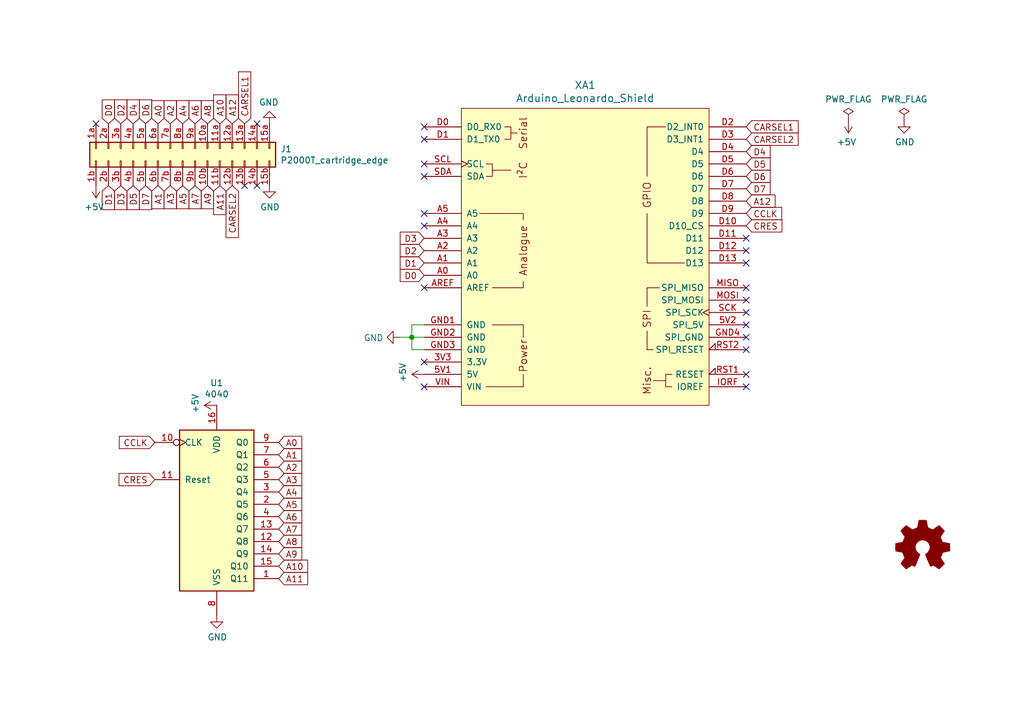
<source format=kicad_sch>
(kicad_sch (version 20211123) (generator eeschema)

  (uuid f81a1978-bbd1-4eb0-8264-48ec22d7a0b9)

  (paper "A5")

  (title_block
    (title "P2000T Cartridge Reader")
    (date "2023-02-20")
    (rev "rev1")
  )

  (lib_symbols
    (symbol "4xxx:4040" (pin_names (offset 1.016)) (in_bom yes) (on_board yes)
      (property "Reference" "U" (id 0) (at -7.62 16.51 0)
        (effects (font (size 1.27 1.27)))
      )
      (property "Value" "4040" (id 1) (at -7.62 -19.05 0)
        (effects (font (size 1.27 1.27)))
      )
      (property "Footprint" "" (id 2) (at 0 0 0)
        (effects (font (size 1.27 1.27)) hide)
      )
      (property "Datasheet" "http://www.intersil.com/content/dam/Intersil/documents/cd40/cd4020bms-24bms-40bms.pdf" (id 3) (at 0 0 0)
        (effects (font (size 1.27 1.27)) hide)
      )
      (property "ki_locked" "" (id 4) (at 0 0 0)
        (effects (font (size 1.27 1.27)))
      )
      (property "ki_keywords" "CMOS CNT CNT12" (id 5) (at 0 0 0)
        (effects (font (size 1.27 1.27)) hide)
      )
      (property "ki_description" "Binary Counter 12 stages (Asynchronous)" (id 6) (at 0 0 0)
        (effects (font (size 1.27 1.27)) hide)
      )
      (property "ki_fp_filters" "DIP?16*" (id 7) (at 0 0 0)
        (effects (font (size 1.27 1.27)) hide)
      )
      (symbol "4040_1_0"
        (pin output line (at 12.7 -15.24 180) (length 5.08)
          (name "Q11" (effects (font (size 1.27 1.27))))
          (number "1" (effects (font (size 1.27 1.27))))
        )
        (pin input inverted_clock (at -12.7 12.7 0) (length 5.08)
          (name "CLK" (effects (font (size 1.27 1.27))))
          (number "10" (effects (font (size 1.27 1.27))))
        )
        (pin input line (at -12.7 5.08 0) (length 5.08)
          (name "Reset" (effects (font (size 1.27 1.27))))
          (number "11" (effects (font (size 1.27 1.27))))
        )
        (pin output line (at 12.7 -7.62 180) (length 5.08)
          (name "Q8" (effects (font (size 1.27 1.27))))
          (number "12" (effects (font (size 1.27 1.27))))
        )
        (pin output line (at 12.7 -5.08 180) (length 5.08)
          (name "Q7" (effects (font (size 1.27 1.27))))
          (number "13" (effects (font (size 1.27 1.27))))
        )
        (pin output line (at 12.7 -10.16 180) (length 5.08)
          (name "Q9" (effects (font (size 1.27 1.27))))
          (number "14" (effects (font (size 1.27 1.27))))
        )
        (pin output line (at 12.7 -12.7 180) (length 5.08)
          (name "Q10" (effects (font (size 1.27 1.27))))
          (number "15" (effects (font (size 1.27 1.27))))
        )
        (pin power_in line (at 0 20.32 270) (length 5.08)
          (name "VDD" (effects (font (size 1.27 1.27))))
          (number "16" (effects (font (size 1.27 1.27))))
        )
        (pin output line (at 12.7 0 180) (length 5.08)
          (name "Q5" (effects (font (size 1.27 1.27))))
          (number "2" (effects (font (size 1.27 1.27))))
        )
        (pin output line (at 12.7 2.54 180) (length 5.08)
          (name "Q4" (effects (font (size 1.27 1.27))))
          (number "3" (effects (font (size 1.27 1.27))))
        )
        (pin output line (at 12.7 -2.54 180) (length 5.08)
          (name "Q6" (effects (font (size 1.27 1.27))))
          (number "4" (effects (font (size 1.27 1.27))))
        )
        (pin output line (at 12.7 5.08 180) (length 5.08)
          (name "Q3" (effects (font (size 1.27 1.27))))
          (number "5" (effects (font (size 1.27 1.27))))
        )
        (pin output line (at 12.7 7.62 180) (length 5.08)
          (name "Q2" (effects (font (size 1.27 1.27))))
          (number "6" (effects (font (size 1.27 1.27))))
        )
        (pin output line (at 12.7 10.16 180) (length 5.08)
          (name "Q1" (effects (font (size 1.27 1.27))))
          (number "7" (effects (font (size 1.27 1.27))))
        )
        (pin power_in line (at 0 -22.86 90) (length 5.08)
          (name "VSS" (effects (font (size 1.27 1.27))))
          (number "8" (effects (font (size 1.27 1.27))))
        )
        (pin output line (at 12.7 12.7 180) (length 5.08)
          (name "Q0" (effects (font (size 1.27 1.27))))
          (number "9" (effects (font (size 1.27 1.27))))
        )
      )
      (symbol "4040_1_1"
        (rectangle (start -7.62 15.24) (end 7.62 -17.78)
          (stroke (width 0.254) (type default) (color 0 0 0 0))
          (fill (type background))
        )
      )
    )
    (symbol "Connector_Generic:Conn_02x15_Row_Letter_Last" (pin_names (offset 1.016) hide) (in_bom yes) (on_board yes)
      (property "Reference" "J" (id 0) (at 1.27 20.32 0)
        (effects (font (size 1.27 1.27)))
      )
      (property "Value" "Conn_02x15_Row_Letter_Last" (id 1) (at 1.27 -20.32 0)
        (effects (font (size 1.27 1.27)))
      )
      (property "Footprint" "" (id 2) (at 0 0 0)
        (effects (font (size 1.27 1.27)) hide)
      )
      (property "Datasheet" "~" (id 3) (at 0 0 0)
        (effects (font (size 1.27 1.27)) hide)
      )
      (property "ki_keywords" "connector" (id 4) (at 0 0 0)
        (effects (font (size 1.27 1.27)) hide)
      )
      (property "ki_description" "Generic connector, double row, 02x15, row letter last pin numbering scheme (pin number consists of a letter for the row and a number for the pin index in this row. 1a, ..., Na; 1b, ..., Nb)), script generated (kicad-library-utils/schlib/autogen/connector/)" (id 5) (at 0 0 0)
        (effects (font (size 1.27 1.27)) hide)
      )
      (property "ki_fp_filters" "Connector*:*_2x??_*" (id 6) (at 0 0 0)
        (effects (font (size 1.27 1.27)) hide)
      )
      (symbol "Conn_02x15_Row_Letter_Last_1_1"
        (rectangle (start -1.27 -17.653) (end 0 -17.907)
          (stroke (width 0.1524) (type default) (color 0 0 0 0))
          (fill (type none))
        )
        (rectangle (start -1.27 -15.113) (end 0 -15.367)
          (stroke (width 0.1524) (type default) (color 0 0 0 0))
          (fill (type none))
        )
        (rectangle (start -1.27 -12.573) (end 0 -12.827)
          (stroke (width 0.1524) (type default) (color 0 0 0 0))
          (fill (type none))
        )
        (rectangle (start -1.27 -10.033) (end 0 -10.287)
          (stroke (width 0.1524) (type default) (color 0 0 0 0))
          (fill (type none))
        )
        (rectangle (start -1.27 -7.493) (end 0 -7.747)
          (stroke (width 0.1524) (type default) (color 0 0 0 0))
          (fill (type none))
        )
        (rectangle (start -1.27 -4.953) (end 0 -5.207)
          (stroke (width 0.1524) (type default) (color 0 0 0 0))
          (fill (type none))
        )
        (rectangle (start -1.27 -2.413) (end 0 -2.667)
          (stroke (width 0.1524) (type default) (color 0 0 0 0))
          (fill (type none))
        )
        (rectangle (start -1.27 0.127) (end 0 -0.127)
          (stroke (width 0.1524) (type default) (color 0 0 0 0))
          (fill (type none))
        )
        (rectangle (start -1.27 2.667) (end 0 2.413)
          (stroke (width 0.1524) (type default) (color 0 0 0 0))
          (fill (type none))
        )
        (rectangle (start -1.27 5.207) (end 0 4.953)
          (stroke (width 0.1524) (type default) (color 0 0 0 0))
          (fill (type none))
        )
        (rectangle (start -1.27 7.747) (end 0 7.493)
          (stroke (width 0.1524) (type default) (color 0 0 0 0))
          (fill (type none))
        )
        (rectangle (start -1.27 10.287) (end 0 10.033)
          (stroke (width 0.1524) (type default) (color 0 0 0 0))
          (fill (type none))
        )
        (rectangle (start -1.27 12.827) (end 0 12.573)
          (stroke (width 0.1524) (type default) (color 0 0 0 0))
          (fill (type none))
        )
        (rectangle (start -1.27 15.367) (end 0 15.113)
          (stroke (width 0.1524) (type default) (color 0 0 0 0))
          (fill (type none))
        )
        (rectangle (start -1.27 17.907) (end 0 17.653)
          (stroke (width 0.1524) (type default) (color 0 0 0 0))
          (fill (type none))
        )
        (rectangle (start -1.27 19.05) (end 3.81 -19.05)
          (stroke (width 0.254) (type default) (color 0 0 0 0))
          (fill (type background))
        )
        (rectangle (start 3.81 -17.653) (end 2.54 -17.907)
          (stroke (width 0.1524) (type default) (color 0 0 0 0))
          (fill (type none))
        )
        (rectangle (start 3.81 -15.113) (end 2.54 -15.367)
          (stroke (width 0.1524) (type default) (color 0 0 0 0))
          (fill (type none))
        )
        (rectangle (start 3.81 -12.573) (end 2.54 -12.827)
          (stroke (width 0.1524) (type default) (color 0 0 0 0))
          (fill (type none))
        )
        (rectangle (start 3.81 -10.033) (end 2.54 -10.287)
          (stroke (width 0.1524) (type default) (color 0 0 0 0))
          (fill (type none))
        )
        (rectangle (start 3.81 -7.493) (end 2.54 -7.747)
          (stroke (width 0.1524) (type default) (color 0 0 0 0))
          (fill (type none))
        )
        (rectangle (start 3.81 -4.953) (end 2.54 -5.207)
          (stroke (width 0.1524) (type default) (color 0 0 0 0))
          (fill (type none))
        )
        (rectangle (start 3.81 -2.413) (end 2.54 -2.667)
          (stroke (width 0.1524) (type default) (color 0 0 0 0))
          (fill (type none))
        )
        (rectangle (start 3.81 0.127) (end 2.54 -0.127)
          (stroke (width 0.1524) (type default) (color 0 0 0 0))
          (fill (type none))
        )
        (rectangle (start 3.81 2.667) (end 2.54 2.413)
          (stroke (width 0.1524) (type default) (color 0 0 0 0))
          (fill (type none))
        )
        (rectangle (start 3.81 5.207) (end 2.54 4.953)
          (stroke (width 0.1524) (type default) (color 0 0 0 0))
          (fill (type none))
        )
        (rectangle (start 3.81 7.747) (end 2.54 7.493)
          (stroke (width 0.1524) (type default) (color 0 0 0 0))
          (fill (type none))
        )
        (rectangle (start 3.81 10.287) (end 2.54 10.033)
          (stroke (width 0.1524) (type default) (color 0 0 0 0))
          (fill (type none))
        )
        (rectangle (start 3.81 12.827) (end 2.54 12.573)
          (stroke (width 0.1524) (type default) (color 0 0 0 0))
          (fill (type none))
        )
        (rectangle (start 3.81 15.367) (end 2.54 15.113)
          (stroke (width 0.1524) (type default) (color 0 0 0 0))
          (fill (type none))
        )
        (rectangle (start 3.81 17.907) (end 2.54 17.653)
          (stroke (width 0.1524) (type default) (color 0 0 0 0))
          (fill (type none))
        )
        (pin passive line (at -5.08 -5.08 0) (length 3.81)
          (name "Pin_10a" (effects (font (size 1.27 1.27))))
          (number "10a" (effects (font (size 1.27 1.27))))
        )
        (pin passive line (at 7.62 -5.08 180) (length 3.81)
          (name "Pin_10b" (effects (font (size 1.27 1.27))))
          (number "10b" (effects (font (size 1.27 1.27))))
        )
        (pin passive line (at -5.08 -7.62 0) (length 3.81)
          (name "Pin_11a" (effects (font (size 1.27 1.27))))
          (number "11a" (effects (font (size 1.27 1.27))))
        )
        (pin passive line (at 7.62 -7.62 180) (length 3.81)
          (name "Pin_11b" (effects (font (size 1.27 1.27))))
          (number "11b" (effects (font (size 1.27 1.27))))
        )
        (pin passive line (at -5.08 -10.16 0) (length 3.81)
          (name "Pin_12a" (effects (font (size 1.27 1.27))))
          (number "12a" (effects (font (size 1.27 1.27))))
        )
        (pin passive line (at 7.62 -10.16 180) (length 3.81)
          (name "Pin_12b" (effects (font (size 1.27 1.27))))
          (number "12b" (effects (font (size 1.27 1.27))))
        )
        (pin passive line (at -5.08 -12.7 0) (length 3.81)
          (name "Pin_13a" (effects (font (size 1.27 1.27))))
          (number "13a" (effects (font (size 1.27 1.27))))
        )
        (pin passive line (at 7.62 -12.7 180) (length 3.81)
          (name "Pin_13b" (effects (font (size 1.27 1.27))))
          (number "13b" (effects (font (size 1.27 1.27))))
        )
        (pin passive line (at -5.08 -15.24 0) (length 3.81)
          (name "Pin_14a" (effects (font (size 1.27 1.27))))
          (number "14a" (effects (font (size 1.27 1.27))))
        )
        (pin passive line (at 7.62 -15.24 180) (length 3.81)
          (name "Pin_14b" (effects (font (size 1.27 1.27))))
          (number "14b" (effects (font (size 1.27 1.27))))
        )
        (pin passive line (at -5.08 -17.78 0) (length 3.81)
          (name "Pin_15a" (effects (font (size 1.27 1.27))))
          (number "15a" (effects (font (size 1.27 1.27))))
        )
        (pin passive line (at 7.62 -17.78 180) (length 3.81)
          (name "Pin_15b" (effects (font (size 1.27 1.27))))
          (number "15b" (effects (font (size 1.27 1.27))))
        )
        (pin passive line (at -5.08 17.78 0) (length 3.81)
          (name "Pin_1a" (effects (font (size 1.27 1.27))))
          (number "1a" (effects (font (size 1.27 1.27))))
        )
        (pin passive line (at 7.62 17.78 180) (length 3.81)
          (name "Pin_1b" (effects (font (size 1.27 1.27))))
          (number "1b" (effects (font (size 1.27 1.27))))
        )
        (pin passive line (at -5.08 15.24 0) (length 3.81)
          (name "Pin_2a" (effects (font (size 1.27 1.27))))
          (number "2a" (effects (font (size 1.27 1.27))))
        )
        (pin passive line (at 7.62 15.24 180) (length 3.81)
          (name "Pin_2b" (effects (font (size 1.27 1.27))))
          (number "2b" (effects (font (size 1.27 1.27))))
        )
        (pin passive line (at -5.08 12.7 0) (length 3.81)
          (name "Pin_3a" (effects (font (size 1.27 1.27))))
          (number "3a" (effects (font (size 1.27 1.27))))
        )
        (pin passive line (at 7.62 12.7 180) (length 3.81)
          (name "Pin_3b" (effects (font (size 1.27 1.27))))
          (number "3b" (effects (font (size 1.27 1.27))))
        )
        (pin passive line (at -5.08 10.16 0) (length 3.81)
          (name "Pin_4a" (effects (font (size 1.27 1.27))))
          (number "4a" (effects (font (size 1.27 1.27))))
        )
        (pin passive line (at 7.62 10.16 180) (length 3.81)
          (name "Pin_4b" (effects (font (size 1.27 1.27))))
          (number "4b" (effects (font (size 1.27 1.27))))
        )
        (pin passive line (at -5.08 7.62 0) (length 3.81)
          (name "Pin_5a" (effects (font (size 1.27 1.27))))
          (number "5a" (effects (font (size 1.27 1.27))))
        )
        (pin passive line (at 7.62 7.62 180) (length 3.81)
          (name "Pin_5b" (effects (font (size 1.27 1.27))))
          (number "5b" (effects (font (size 1.27 1.27))))
        )
        (pin passive line (at -5.08 5.08 0) (length 3.81)
          (name "Pin_6a" (effects (font (size 1.27 1.27))))
          (number "6a" (effects (font (size 1.27 1.27))))
        )
        (pin passive line (at 7.62 5.08 180) (length 3.81)
          (name "Pin_6b" (effects (font (size 1.27 1.27))))
          (number "6b" (effects (font (size 1.27 1.27))))
        )
        (pin passive line (at -5.08 2.54 0) (length 3.81)
          (name "Pin_7a" (effects (font (size 1.27 1.27))))
          (number "7a" (effects (font (size 1.27 1.27))))
        )
        (pin passive line (at 7.62 2.54 180) (length 3.81)
          (name "Pin_7b" (effects (font (size 1.27 1.27))))
          (number "7b" (effects (font (size 1.27 1.27))))
        )
        (pin passive line (at -5.08 0 0) (length 3.81)
          (name "Pin_8a" (effects (font (size 1.27 1.27))))
          (number "8a" (effects (font (size 1.27 1.27))))
        )
        (pin passive line (at 7.62 0 180) (length 3.81)
          (name "Pin_8b" (effects (font (size 1.27 1.27))))
          (number "8b" (effects (font (size 1.27 1.27))))
        )
        (pin passive line (at -5.08 -2.54 0) (length 3.81)
          (name "Pin_9a" (effects (font (size 1.27 1.27))))
          (number "9a" (effects (font (size 1.27 1.27))))
        )
        (pin passive line (at 7.62 -2.54 180) (length 3.81)
          (name "Pin_9b" (effects (font (size 1.27 1.27))))
          (number "9b" (effects (font (size 1.27 1.27))))
        )
      )
    )
    (symbol "Graphic:Logo_Open_Hardware_Small" (pin_names (offset 1.016)) (in_bom yes) (on_board yes)
      (property "Reference" "#LOGO" (id 0) (at 0 6.985 0)
        (effects (font (size 1.27 1.27)) hide)
      )
      (property "Value" "Logo_Open_Hardware_Small" (id 1) (at 0 -5.715 0)
        (effects (font (size 1.27 1.27)) hide)
      )
      (property "Footprint" "" (id 2) (at 0 0 0)
        (effects (font (size 1.27 1.27)) hide)
      )
      (property "Datasheet" "~" (id 3) (at 0 0 0)
        (effects (font (size 1.27 1.27)) hide)
      )
      (property "ki_keywords" "Logo" (id 4) (at 0 0 0)
        (effects (font (size 1.27 1.27)) hide)
      )
      (property "ki_description" "Open Hardware logo, small" (id 5) (at 0 0 0)
        (effects (font (size 1.27 1.27)) hide)
      )
      (symbol "Logo_Open_Hardware_Small_0_1"
        (polyline
          (pts
            (xy 3.3528 -4.3434)
            (xy 3.302 -4.318)
            (xy 3.175 -4.2418)
            (xy 2.9972 -4.1148)
            (xy 2.7686 -3.9624)
            (xy 2.54 -3.81)
            (xy 2.3622 -3.7084)
            (xy 2.2352 -3.6068)
            (xy 2.1844 -3.5814)
            (xy 2.159 -3.6068)
            (xy 2.0574 -3.6576)
            (xy 1.905 -3.7338)
            (xy 1.8034 -3.7846)
            (xy 1.6764 -3.8354)
            (xy 1.6002 -3.8354)
            (xy 1.6002 -3.8354)
            (xy 1.5494 -3.7338)
            (xy 1.4732 -3.5306)
            (xy 1.3462 -3.302)
            (xy 1.2446 -3.0226)
            (xy 1.1176 -2.7178)
            (xy 0.9652 -2.413)
            (xy 0.8636 -2.1082)
            (xy 0.7366 -1.8288)
            (xy 0.6604 -1.6256)
            (xy 0.6096 -1.4732)
            (xy 0.5842 -1.397)
            (xy 0.5842 -1.397)
            (xy 0.6604 -1.3208)
            (xy 0.7874 -1.2446)
            (xy 1.0414 -1.016)
            (xy 1.2954 -0.6858)
            (xy 1.4478 -0.3302)
            (xy 1.524 0.0762)
            (xy 1.4732 0.4572)
            (xy 1.3208 0.8128)
            (xy 1.0668 1.143)
            (xy 0.762 1.3716)
            (xy 0.4064 1.524)
            (xy 0 1.5748)
            (xy -0.381 1.5494)
            (xy -0.7366 1.397)
            (xy -1.0668 1.143)
            (xy -1.2192 0.9906)
            (xy -1.397 0.6604)
            (xy -1.524 0.3048)
            (xy -1.524 0.2286)
            (xy -1.4986 -0.1778)
            (xy -1.397 -0.5334)
            (xy -1.1938 -0.8636)
            (xy -0.9144 -1.143)
            (xy -0.8636 -1.1684)
            (xy -0.7366 -1.27)
            (xy -0.635 -1.3462)
            (xy -0.5842 -1.397)
            (xy -1.0668 -2.5908)
            (xy -1.143 -2.794)
            (xy -1.2954 -3.1242)
            (xy -1.397 -3.4036)
            (xy -1.4986 -3.6322)
            (xy -1.5748 -3.7846)
            (xy -1.6002 -3.8354)
            (xy -1.6002 -3.8354)
            (xy -1.651 -3.8354)
            (xy -1.7272 -3.81)
            (xy -1.905 -3.7338)
            (xy -2.0066 -3.683)
            (xy -2.1336 -3.6068)
            (xy -2.2098 -3.5814)
            (xy -2.2606 -3.6068)
            (xy -2.3622 -3.683)
            (xy -2.54 -3.81)
            (xy -2.7686 -3.9624)
            (xy -2.9718 -4.0894)
            (xy -3.1496 -4.2164)
            (xy -3.302 -4.318)
            (xy -3.3528 -4.3434)
            (xy -3.3782 -4.3434)
            (xy -3.429 -4.318)
            (xy -3.5306 -4.2164)
            (xy -3.7084 -4.064)
            (xy -3.937 -3.8354)
            (xy -3.9624 -3.81)
            (xy -4.1656 -3.6068)
            (xy -4.318 -3.4544)
            (xy -4.4196 -3.3274)
            (xy -4.445 -3.2766)
            (xy -4.445 -3.2766)
            (xy -4.4196 -3.2258)
            (xy -4.318 -3.0734)
            (xy -4.2164 -2.8956)
            (xy -4.064 -2.667)
            (xy -3.6576 -2.0828)
            (xy -3.8862 -1.5494)
            (xy -3.937 -1.3716)
            (xy -4.0386 -1.1684)
            (xy -4.0894 -1.0414)
            (xy -4.1148 -0.9652)
            (xy -4.191 -0.9398)
            (xy -4.318 -0.9144)
            (xy -4.5466 -0.8636)
            (xy -4.8006 -0.8128)
            (xy -5.0546 -0.7874)
            (xy -5.2578 -0.7366)
            (xy -5.4356 -0.7112)
            (xy -5.5118 -0.6858)
            (xy -5.5118 -0.6858)
            (xy -5.5372 -0.635)
            (xy -5.5372 -0.5588)
            (xy -5.5372 -0.4318)
            (xy -5.5626 -0.2286)
            (xy -5.5626 0.0762)
            (xy -5.5626 0.127)
            (xy -5.5372 0.4064)
            (xy -5.5372 0.635)
            (xy -5.5372 0.762)
            (xy -5.5372 0.8382)
            (xy -5.5372 0.8382)
            (xy -5.461 0.8382)
            (xy -5.3086 0.889)
            (xy -5.08 0.9144)
            (xy -4.826 0.9652)
            (xy -4.8006 0.9906)
            (xy -4.5466 1.0414)
            (xy -4.318 1.0668)
            (xy -4.1656 1.1176)
            (xy -4.0894 1.143)
            (xy -4.0894 1.143)
            (xy -4.0386 1.2446)
            (xy -3.9624 1.4224)
            (xy -3.8608 1.6256)
            (xy -3.7846 1.8288)
            (xy -3.7084 2.0066)
            (xy -3.6576 2.159)
            (xy -3.6322 2.2098)
            (xy -3.6322 2.2098)
            (xy -3.683 2.286)
            (xy -3.7592 2.413)
            (xy -3.8862 2.5908)
            (xy -4.064 2.8194)
            (xy -4.064 2.8448)
            (xy -4.2164 3.0734)
            (xy -4.3434 3.2512)
            (xy -4.4196 3.3782)
            (xy -4.445 3.4544)
            (xy -4.445 3.4544)
            (xy -4.3942 3.5052)
            (xy -4.2926 3.6322)
            (xy -4.1148 3.81)
            (xy -3.937 4.0132)
            (xy -3.8608 4.064)
            (xy -3.6576 4.2926)
            (xy -3.5052 4.4196)
            (xy -3.4036 4.4958)
            (xy -3.3528 4.5212)
            (xy -3.3528 4.5212)
            (xy -3.302 4.4704)
            (xy -3.1496 4.3688)
            (xy -2.9718 4.2418)
            (xy -2.7432 4.0894)
            (xy -2.7178 4.0894)
            (xy -2.4892 3.937)
            (xy -2.3114 3.81)
            (xy -2.1844 3.7084)
            (xy -2.1336 3.683)
            (xy -2.1082 3.683)
            (xy -2.032 3.7084)
            (xy -1.8542 3.7592)
            (xy -1.6764 3.8354)
            (xy -1.4732 3.937)
            (xy -1.27 4.0132)
            (xy -1.143 4.064)
            (xy -1.0668 4.1148)
            (xy -1.0668 4.1148)
            (xy -1.0414 4.191)
            (xy -1.016 4.3434)
            (xy -0.9652 4.572)
            (xy -0.9144 4.8514)
            (xy -0.889 4.9022)
            (xy -0.8382 5.1562)
            (xy -0.8128 5.3848)
            (xy -0.7874 5.5372)
            (xy -0.762 5.588)
            (xy -0.7112 5.6134)
            (xy -0.5842 5.6134)
            (xy -0.4064 5.6134)
            (xy -0.1524 5.6134)
            (xy 0.0762 5.6134)
            (xy 0.3302 5.6134)
            (xy 0.5334 5.6134)
            (xy 0.6858 5.588)
            (xy 0.7366 5.588)
            (xy 0.7366 5.588)
            (xy 0.762 5.5118)
            (xy 0.8128 5.334)
            (xy 0.8382 5.1054)
            (xy 0.9144 4.826)
            (xy 0.9144 4.7752)
            (xy 0.9652 4.5212)
            (xy 1.016 4.2926)
            (xy 1.0414 4.1402)
            (xy 1.0668 4.0894)
            (xy 1.0668 4.0894)
            (xy 1.1938 4.0386)
            (xy 1.3716 3.9624)
            (xy 1.5748 3.8608)
            (xy 2.0828 3.6576)
            (xy 2.7178 4.0894)
            (xy 2.7686 4.1402)
            (xy 2.9972 4.2926)
            (xy 3.175 4.4196)
            (xy 3.302 4.4958)
            (xy 3.3782 4.5212)
            (xy 3.3782 4.5212)
            (xy 3.429 4.4704)
            (xy 3.556 4.3434)
            (xy 3.7338 4.191)
            (xy 3.9116 3.9878)
            (xy 4.064 3.8354)
            (xy 4.2418 3.6576)
            (xy 4.3434 3.556)
            (xy 4.4196 3.4798)
            (xy 4.4196 3.429)
            (xy 4.4196 3.4036)
            (xy 4.3942 3.3274)
            (xy 4.2926 3.2004)
            (xy 4.1656 2.9972)
            (xy 4.0132 2.794)
            (xy 3.8862 2.5908)
            (xy 3.7592 2.3876)
            (xy 3.6576 2.2352)
            (xy 3.6322 2.159)
            (xy 3.6322 2.1336)
            (xy 3.683 2.0066)
            (xy 3.7592 1.8288)
            (xy 3.8608 1.6002)
            (xy 4.064 1.1176)
            (xy 4.3942 1.0414)
            (xy 4.5974 1.016)
            (xy 4.8768 0.9652)
            (xy 5.1308 0.9144)
            (xy 5.5372 0.8382)
            (xy 5.5626 -0.6604)
            (xy 5.4864 -0.6858)
            (xy 5.4356 -0.6858)
            (xy 5.2832 -0.7366)
            (xy 5.0546 -0.762)
            (xy 4.8006 -0.8128)
            (xy 4.5974 -0.8636)
            (xy 4.3688 -0.9144)
            (xy 4.2164 -0.9398)
            (xy 4.1402 -0.9398)
            (xy 4.1148 -0.9652)
            (xy 4.064 -1.0668)
            (xy 3.9878 -1.2446)
            (xy 3.9116 -1.4478)
            (xy 3.81 -1.651)
            (xy 3.7338 -1.8542)
            (xy 3.683 -2.0066)
            (xy 3.6576 -2.0828)
            (xy 3.683 -2.1336)
            (xy 3.7846 -2.2606)
            (xy 3.8862 -2.4638)
            (xy 4.0386 -2.667)
            (xy 4.191 -2.8956)
            (xy 4.318 -3.0734)
            (xy 4.3942 -3.2004)
            (xy 4.445 -3.2766)
            (xy 4.4196 -3.3274)
            (xy 4.3434 -3.429)
            (xy 4.1656 -3.5814)
            (xy 3.937 -3.8354)
            (xy 3.8862 -3.8608)
            (xy 3.683 -4.064)
            (xy 3.5306 -4.2164)
            (xy 3.4036 -4.318)
            (xy 3.3528 -4.3434)
          )
          (stroke (width 0) (type default) (color 0 0 0 0))
          (fill (type outline))
        )
      )
    )
    (symbol "arduino:Arduino_Uno_Shield" (pin_names (offset 1.016)) (in_bom yes) (on_board yes)
      (property "Reference" "XA" (id 0) (at 2.54 0 90)
        (effects (font (size 1.524 1.524)))
      )
      (property "Value" "Arduino_Uno_Shield" (id 1) (at -2.54 0 90)
        (effects (font (size 1.524 1.524)))
      )
      (property "Footprint" "" (id 2) (at 45.72 95.25 0)
        (effects (font (size 1.524 1.524)) hide)
      )
      (property "Datasheet" "https://store.arduino.cc/arduino-uno-rev3" (id 3) (at 45.72 95.25 0)
        (effects (font (size 1.524 1.524)) hide)
      )
      (property "ki_keywords" "Arduino MPU Shield" (id 4) (at 0 0 0)
        (effects (font (size 1.27 1.27)) hide)
      )
      (property "ki_description" "Shield for Arduino Uno" (id 5) (at 0 0 0)
        (effects (font (size 1.27 1.27)) hide)
      )
      (property "ki_fp_filters" "Arduino_Uno_Shield" (id 6) (at 0 0 0)
        (effects (font (size 1.27 1.27)) hide)
      )
      (symbol "Arduino_Uno_Shield_0_0"
        (rectangle (start -25.4 30.48) (end 25.4 -30.48)
          (stroke (width 0) (type default) (color 0 0 0 0))
          (fill (type background))
        )
        (rectangle (start -20.32 -26.67) (end -12.7 -26.67)
          (stroke (width 0) (type default) (color 0 0 0 0))
          (fill (type none))
        )
        (rectangle (start -19.05 -13.97) (end -12.7 -13.97)
          (stroke (width 0) (type default) (color 0 0 0 0))
          (fill (type none))
        )
        (polyline
          (pts
            (xy -19.05 17.78)
            (xy -15.24 17.78)
          )
          (stroke (width 0) (type default) (color 0 0 0 0))
          (fill (type none))
        )
        (polyline
          (pts
            (xy -15.24 25.4)
            (xy -13.97 25.4)
          )
          (stroke (width 0) (type default) (color 0 0 0 0))
          (fill (type none))
        )
        (polyline
          (pts
            (xy -12.7 -26.67)
            (xy -12.7 -24.13)
          )
          (stroke (width 0) (type default) (color 0 0 0 0))
          (fill (type none))
        )
        (polyline
          (pts
            (xy -12.7 -15.24)
            (xy -12.7 -16.51)
          )
          (stroke (width 0) (type default) (color 0 0 0 0))
          (fill (type none))
        )
        (polyline
          (pts
            (xy -12.7 -13.97)
            (xy -12.7 -15.24)
          )
          (stroke (width 0) (type default) (color 0 0 0 0))
          (fill (type none))
        )
        (polyline
          (pts
            (xy -12.7 -5.08)
            (xy -12.7 -6.35)
            (xy -19.05 -6.35)
          )
          (stroke (width 0) (type default) (color 0 0 0 0))
          (fill (type none))
        )
        (polyline
          (pts
            (xy -12.7 7.62)
            (xy -12.7 8.89)
            (xy -21.59 8.89)
          )
          (stroke (width 0) (type default) (color 0 0 0 0))
          (fill (type none))
        )
        (polyline
          (pts
            (xy 12.7 8.89)
            (xy 12.7 -1.27)
            (xy 20.32 -1.27)
          )
          (stroke (width 0) (type default) (color 0 0 0 0))
          (fill (type none))
        )
        (polyline
          (pts
            (xy 12.7 16.51)
            (xy 12.7 26.67)
            (xy 16.51 26.67)
          )
          (stroke (width 0) (type default) (color 0 0 0 0))
          (fill (type none))
        )
        (polyline
          (pts
            (xy -20.32 19.05)
            (xy -19.05 19.05)
            (xy -19.05 16.51)
            (xy -20.32 16.51)
          )
          (stroke (width 0) (type default) (color 0 0 0 0))
          (fill (type none))
        )
        (polyline
          (pts
            (xy -16.51 26.67)
            (xy -15.24 26.67)
            (xy -15.24 24.13)
            (xy -16.51 24.13)
          )
          (stroke (width 0) (type default) (color 0 0 0 0))
          (fill (type none))
        )
        (rectangle (start 12.7 -19.05) (end 12.7 -15.24)
          (stroke (width 0) (type default) (color 0 0 0 0))
          (fill (type none))
        )
        (rectangle (start 12.7 -10.16) (end 12.7 -6.35)
          (stroke (width 0) (type default) (color 0 0 0 0))
          (fill (type none))
        )
        (rectangle (start 13.97 -19.05) (end 12.7 -19.05)
          (stroke (width 0) (type default) (color 0 0 0 0))
          (fill (type none))
        )
        (rectangle (start 15.24 -6.35) (end 12.7 -6.35)
          (stroke (width 0) (type default) (color 0 0 0 0))
          (fill (type none))
        )
        (rectangle (start 16.51 -25.4) (end 13.97 -25.4)
          (stroke (width 0) (type default) (color 0 0 0 0))
          (fill (type none))
        )
        (rectangle (start 16.51 -24.13) (end 16.51 -26.67)
          (stroke (width 0) (type default) (color 0 0 0 0))
          (fill (type none))
        )
        (rectangle (start 17.78 -26.67) (end 16.51 -26.67)
          (stroke (width 0) (type default) (color 0 0 0 0))
          (fill (type none))
        )
        (rectangle (start 17.78 -24.13) (end 16.51 -24.13)
          (stroke (width 0) (type default) (color 0 0 0 0))
          (fill (type none))
        )
        (text "Analogue" (at -12.7 1.27 900)
          (effects (font (size 1.524 1.524)))
        )
        (text "I²C" (at -12.7 17.78 900)
          (effects (font (size 1.524 1.524)))
        )
        (text "Misc." (at 12.7 -25.4 900)
          (effects (font (size 1.524 1.524)))
        )
        (text "Power" (at -12.7 -20.32 900)
          (effects (font (size 1.524 1.524)))
        )
        (text "Serial" (at -12.7 25.4 900)
          (effects (font (size 1.524 1.524)))
        )
        (text "SPI" (at 12.7 -12.7 900)
          (effects (font (size 1.524 1.524)))
        )
      )
      (symbol "Arduino_Uno_Shield_1_0"
        (text "GPIO" (at 12.7 12.7 900)
          (effects (font (size 1.524 1.524)))
        )
      )
      (symbol "Arduino_Uno_Shield_1_1"
        (pin power_in line (at -33.02 -21.59 0) (length 7.62)
          (name "3.3V" (effects (font (size 1.27 1.27))))
          (number "3V3" (effects (font (size 1.27 1.27))))
        )
        (pin power_in line (at -33.02 -24.13 0) (length 7.62)
          (name "5V" (effects (font (size 1.27 1.27))))
          (number "5V1" (effects (font (size 1.27 1.27))))
        )
        (pin power_in line (at 33.02 -13.97 180) (length 7.62)
          (name "SPI_5V" (effects (font (size 1.27 1.27))))
          (number "5V2" (effects (font (size 1.27 1.27))))
        )
        (pin bidirectional line (at -33.02 -3.81 0) (length 7.62)
          (name "A0" (effects (font (size 1.27 1.27))))
          (number "A0" (effects (font (size 1.27 1.27))))
        )
        (pin bidirectional line (at -33.02 -1.27 0) (length 7.62)
          (name "A1" (effects (font (size 1.27 1.27))))
          (number "A1" (effects (font (size 1.27 1.27))))
        )
        (pin bidirectional line (at -33.02 1.27 0) (length 7.62)
          (name "A2" (effects (font (size 1.27 1.27))))
          (number "A2" (effects (font (size 1.27 1.27))))
        )
        (pin bidirectional line (at -33.02 3.81 0) (length 7.62)
          (name "A3" (effects (font (size 1.27 1.27))))
          (number "A3" (effects (font (size 1.27 1.27))))
        )
        (pin bidirectional line (at -33.02 6.35 0) (length 7.62)
          (name "A4" (effects (font (size 1.27 1.27))))
          (number "A4" (effects (font (size 1.27 1.27))))
        )
        (pin bidirectional line (at -33.02 8.89 0) (length 7.62)
          (name "A5" (effects (font (size 1.27 1.27))))
          (number "A5" (effects (font (size 1.27 1.27))))
        )
        (pin input line (at -33.02 -6.35 0) (length 7.62)
          (name "AREF" (effects (font (size 1.27 1.27))))
          (number "AREF" (effects (font (size 1.27 1.27))))
        )
        (pin bidirectional line (at -33.02 26.67 0) (length 7.62)
          (name "D0_RX0" (effects (font (size 1.27 1.27))))
          (number "D0" (effects (font (size 1.27 1.27))))
        )
        (pin bidirectional line (at -33.02 24.13 0) (length 7.62)
          (name "D1_TX0" (effects (font (size 1.27 1.27))))
          (number "D1" (effects (font (size 1.27 1.27))))
        )
        (pin bidirectional line (at 33.02 6.35 180) (length 7.62)
          (name "D10_CS" (effects (font (size 1.27 1.27))))
          (number "D10" (effects (font (size 1.27 1.27))))
        )
        (pin bidirectional line (at 33.02 3.81 180) (length 7.62)
          (name "D11" (effects (font (size 1.27 1.27))))
          (number "D11" (effects (font (size 1.27 1.27))))
        )
        (pin bidirectional line (at 33.02 1.27 180) (length 7.62)
          (name "D12" (effects (font (size 1.27 1.27))))
          (number "D12" (effects (font (size 1.27 1.27))))
        )
        (pin bidirectional line (at 33.02 -1.27 180) (length 7.62)
          (name "D13" (effects (font (size 1.27 1.27))))
          (number "D13" (effects (font (size 1.27 1.27))))
        )
        (pin bidirectional line (at 33.02 26.67 180) (length 7.62)
          (name "D2_INT0" (effects (font (size 1.27 1.27))))
          (number "D2" (effects (font (size 1.27 1.27))))
        )
        (pin bidirectional line (at 33.02 24.13 180) (length 7.62)
          (name "D3_INT1" (effects (font (size 1.27 1.27))))
          (number "D3" (effects (font (size 1.27 1.27))))
        )
        (pin bidirectional line (at 33.02 21.59 180) (length 7.62)
          (name "D4" (effects (font (size 1.27 1.27))))
          (number "D4" (effects (font (size 1.27 1.27))))
        )
        (pin bidirectional line (at 33.02 19.05 180) (length 7.62)
          (name "D5" (effects (font (size 1.27 1.27))))
          (number "D5" (effects (font (size 1.27 1.27))))
        )
        (pin bidirectional line (at 33.02 16.51 180) (length 7.62)
          (name "D6" (effects (font (size 1.27 1.27))))
          (number "D6" (effects (font (size 1.27 1.27))))
        )
        (pin bidirectional line (at 33.02 13.97 180) (length 7.62)
          (name "D7" (effects (font (size 1.27 1.27))))
          (number "D7" (effects (font (size 1.27 1.27))))
        )
        (pin bidirectional line (at 33.02 11.43 180) (length 7.62)
          (name "D8" (effects (font (size 1.27 1.27))))
          (number "D8" (effects (font (size 1.27 1.27))))
        )
        (pin bidirectional line (at 33.02 8.89 180) (length 7.62)
          (name "D9" (effects (font (size 1.27 1.27))))
          (number "D9" (effects (font (size 1.27 1.27))))
        )
        (pin power_in line (at -33.02 -13.97 0) (length 7.62)
          (name "GND" (effects (font (size 1.27 1.27))))
          (number "GND1" (effects (font (size 1.27 1.27))))
        )
        (pin power_in line (at -33.02 -16.51 0) (length 7.62)
          (name "GND" (effects (font (size 1.27 1.27))))
          (number "GND2" (effects (font (size 1.27 1.27))))
        )
        (pin power_in line (at -33.02 -19.05 0) (length 7.62)
          (name "GND" (effects (font (size 1.27 1.27))))
          (number "GND3" (effects (font (size 1.27 1.27))))
        )
        (pin power_in line (at 33.02 -16.51 180) (length 7.62)
          (name "SPI_GND" (effects (font (size 1.27 1.27))))
          (number "GND4" (effects (font (size 1.27 1.27))))
        )
        (pin output line (at 33.02 -26.67 180) (length 7.62)
          (name "IOREF" (effects (font (size 1.27 1.27))))
          (number "IORF" (effects (font (size 1.27 1.27))))
        )
        (pin input line (at 33.02 -6.35 180) (length 7.62)
          (name "SPI_MISO" (effects (font (size 1.27 1.27))))
          (number "MISO" (effects (font (size 1.27 1.27))))
        )
        (pin output line (at 33.02 -8.89 180) (length 7.62)
          (name "SPI_MOSI" (effects (font (size 1.27 1.27))))
          (number "MOSI" (effects (font (size 1.27 1.27))))
        )
        (pin open_collector input_low (at 33.02 -24.13 180) (length 7.62)
          (name "RESET" (effects (font (size 1.27 1.27))))
          (number "RST1" (effects (font (size 1.27 1.27))))
        )
        (pin open_collector input_low (at 33.02 -19.05 180) (length 7.62)
          (name "SPI_RESET" (effects (font (size 1.27 1.27))))
          (number "RST2" (effects (font (size 1.27 1.27))))
        )
        (pin output clock (at 33.02 -11.43 180) (length 7.62)
          (name "SPI_SCK" (effects (font (size 1.27 1.27))))
          (number "SCK" (effects (font (size 1.27 1.27))))
        )
        (pin bidirectional clock (at -33.02 19.05 0) (length 7.62)
          (name "SCL" (effects (font (size 1.27 1.27))))
          (number "SCL" (effects (font (size 1.27 1.27))))
        )
        (pin bidirectional line (at -33.02 16.51 0) (length 7.62)
          (name "SDA" (effects (font (size 1.27 1.27))))
          (number "SDA" (effects (font (size 1.27 1.27))))
        )
        (pin power_in line (at -33.02 -26.67 0) (length 7.62)
          (name "VIN" (effects (font (size 1.27 1.27))))
          (number "VIN" (effects (font (size 1.27 1.27))))
        )
      )
    )
    (symbol "power:+5V" (power) (pin_names (offset 0)) (in_bom yes) (on_board yes)
      (property "Reference" "#PWR" (id 0) (at 0 -3.81 0)
        (effects (font (size 1.27 1.27)) hide)
      )
      (property "Value" "+5V" (id 1) (at 0 3.556 0)
        (effects (font (size 1.27 1.27)))
      )
      (property "Footprint" "" (id 2) (at 0 0 0)
        (effects (font (size 1.27 1.27)) hide)
      )
      (property "Datasheet" "" (id 3) (at 0 0 0)
        (effects (font (size 1.27 1.27)) hide)
      )
      (property "ki_keywords" "power-flag" (id 4) (at 0 0 0)
        (effects (font (size 1.27 1.27)) hide)
      )
      (property "ki_description" "Power symbol creates a global label with name \"+5V\"" (id 5) (at 0 0 0)
        (effects (font (size 1.27 1.27)) hide)
      )
      (symbol "+5V_0_1"
        (polyline
          (pts
            (xy -0.762 1.27)
            (xy 0 2.54)
          )
          (stroke (width 0) (type default) (color 0 0 0 0))
          (fill (type none))
        )
        (polyline
          (pts
            (xy 0 0)
            (xy 0 2.54)
          )
          (stroke (width 0) (type default) (color 0 0 0 0))
          (fill (type none))
        )
        (polyline
          (pts
            (xy 0 2.54)
            (xy 0.762 1.27)
          )
          (stroke (width 0) (type default) (color 0 0 0 0))
          (fill (type none))
        )
      )
      (symbol "+5V_1_1"
        (pin power_in line (at 0 0 90) (length 0) hide
          (name "+5V" (effects (font (size 1.27 1.27))))
          (number "1" (effects (font (size 1.27 1.27))))
        )
      )
    )
    (symbol "power:GND" (power) (pin_names (offset 0)) (in_bom yes) (on_board yes)
      (property "Reference" "#PWR" (id 0) (at 0 -6.35 0)
        (effects (font (size 1.27 1.27)) hide)
      )
      (property "Value" "GND" (id 1) (at 0 -3.81 0)
        (effects (font (size 1.27 1.27)))
      )
      (property "Footprint" "" (id 2) (at 0 0 0)
        (effects (font (size 1.27 1.27)) hide)
      )
      (property "Datasheet" "" (id 3) (at 0 0 0)
        (effects (font (size 1.27 1.27)) hide)
      )
      (property "ki_keywords" "power-flag" (id 4) (at 0 0 0)
        (effects (font (size 1.27 1.27)) hide)
      )
      (property "ki_description" "Power symbol creates a global label with name \"GND\" , ground" (id 5) (at 0 0 0)
        (effects (font (size 1.27 1.27)) hide)
      )
      (symbol "GND_0_1"
        (polyline
          (pts
            (xy 0 0)
            (xy 0 -1.27)
            (xy 1.27 -1.27)
            (xy 0 -2.54)
            (xy -1.27 -1.27)
            (xy 0 -1.27)
          )
          (stroke (width 0) (type default) (color 0 0 0 0))
          (fill (type none))
        )
      )
      (symbol "GND_1_1"
        (pin power_in line (at 0 0 270) (length 0) hide
          (name "GND" (effects (font (size 1.27 1.27))))
          (number "1" (effects (font (size 1.27 1.27))))
        )
      )
    )
    (symbol "power:PWR_FLAG" (power) (pin_numbers hide) (pin_names (offset 0) hide) (in_bom yes) (on_board yes)
      (property "Reference" "#FLG" (id 0) (at 0 1.905 0)
        (effects (font (size 1.27 1.27)) hide)
      )
      (property "Value" "PWR_FLAG" (id 1) (at 0 3.81 0)
        (effects (font (size 1.27 1.27)))
      )
      (property "Footprint" "" (id 2) (at 0 0 0)
        (effects (font (size 1.27 1.27)) hide)
      )
      (property "Datasheet" "~" (id 3) (at 0 0 0)
        (effects (font (size 1.27 1.27)) hide)
      )
      (property "ki_keywords" "power-flag" (id 4) (at 0 0 0)
        (effects (font (size 1.27 1.27)) hide)
      )
      (property "ki_description" "Special symbol for telling ERC where power comes from" (id 5) (at 0 0 0)
        (effects (font (size 1.27 1.27)) hide)
      )
      (symbol "PWR_FLAG_0_0"
        (pin power_out line (at 0 0 90) (length 0)
          (name "pwr" (effects (font (size 1.27 1.27))))
          (number "1" (effects (font (size 1.27 1.27))))
        )
      )
      (symbol "PWR_FLAG_0_1"
        (polyline
          (pts
            (xy 0 0)
            (xy 0 1.27)
            (xy -1.016 1.905)
            (xy 0 2.54)
            (xy 1.016 1.905)
            (xy 0 1.27)
          )
          (stroke (width 0) (type default) (color 0 0 0 0))
          (fill (type none))
        )
      )
    )
  )

  (junction (at 84.455 69.215) (diameter 0) (color 0 0 0 0)
    (uuid 2ce54441-4e4e-4fcb-911f-80a9469760f9)
  )

  (no_connect (at 50.165 38.1) (uuid 01449252-3e78-4ea6-a67c-a667d1ea476d))
  (no_connect (at 153.035 69.215) (uuid 0144dcad-8be3-402d-801f-7df4e40dfd5f))
  (no_connect (at 86.995 33.655) (uuid 019a1738-bd31-4dd7-b688-33f8444e8319))
  (no_connect (at 86.995 26.035) (uuid 16278da2-06f4-4133-84c8-5dd1147995c3))
  (no_connect (at 86.995 46.355) (uuid 1cf703c1-50fb-43d4-a1ef-b94b59e1f7fa))
  (no_connect (at 153.035 71.755) (uuid 200a8f92-f43a-44cd-a5ef-83a5f5dc0bd4))
  (no_connect (at 153.035 76.835) (uuid 20d4bd1b-3382-4b6a-bf05-a2b86f1f5db3))
  (no_connect (at 153.035 48.895) (uuid 2a2736ea-2378-4663-8d55-44c0e9c033e9))
  (no_connect (at 52.705 25.4) (uuid 3bf392e1-99bb-4a79-8860-aa3ef880afbc))
  (no_connect (at 153.035 66.675) (uuid 4d2d35ea-0d8c-424c-8845-d9ae5b1565c0))
  (no_connect (at 86.995 59.055) (uuid 50e11f52-c47c-4556-b8ce-2bdc8c72915c))
  (no_connect (at 86.995 79.375) (uuid 65007add-dba4-4b0a-a580-52aa32192ac8))
  (no_connect (at 153.035 59.055) (uuid 67fe5378-a5bd-4f32-a006-cc3797a5cc8e))
  (no_connect (at 153.035 79.375) (uuid 6b24acd1-2350-4a8f-9dff-c562758cba8b))
  (no_connect (at 153.035 61.595) (uuid 799f64ea-eceb-4c58-a1f9-9acbf95d4a73))
  (no_connect (at 153.035 53.975) (uuid 8976e8ef-7db5-4164-b5b5-faafe2c0d752))
  (no_connect (at 153.035 51.435) (uuid 9070f398-d3cb-4332-87d3-f9caceab3198))
  (no_connect (at 19.685 25.4) (uuid 94ceed07-e70c-4e21-81da-4e062c777b4f))
  (no_connect (at 52.705 38.1) (uuid a5ec2326-f631-4f39-b44d-28f355300186))
  (no_connect (at 86.995 74.295) (uuid c0173095-41c5-48de-b3f1-ec5db53c85a2))
  (no_connect (at 86.995 36.195) (uuid c2f0b7e0-8ccc-48fd-8b27-45fde411c505))
  (no_connect (at 86.995 28.575) (uuid c45db0c9-44e7-4932-9404-32c690e7f3b8))
  (no_connect (at 86.995 43.815) (uuid f93f303b-4521-4b6e-843f-603f159f4875))
  (no_connect (at 153.035 64.135) (uuid fb907286-5d62-441a-b2a7-7aa6c9e316a5))

  (wire (pts (xy 84.455 69.215) (xy 84.455 66.675))
    (stroke (width 0) (type default) (color 0 0 0 0))
    (uuid 04fed219-4530-47c5-9c02-f996c00a4482)
  )
  (wire (pts (xy 84.455 71.755) (xy 84.455 69.215))
    (stroke (width 0) (type default) (color 0 0 0 0))
    (uuid 15ed7a9b-2388-4dff-9540-9670c9a302d9)
  )
  (wire (pts (xy 81.915 69.215) (xy 84.455 69.215))
    (stroke (width 0) (type default) (color 0 0 0 0))
    (uuid 454edf24-45a6-4af5-b316-f8df571ce0b2)
  )
  (wire (pts (xy 84.455 66.675) (xy 86.995 66.675))
    (stroke (width 0) (type default) (color 0 0 0 0))
    (uuid a5920360-038d-4317-aba5-e8b7c0aa1c99)
  )
  (wire (pts (xy 86.995 71.755) (xy 84.455 71.755))
    (stroke (width 0) (type default) (color 0 0 0 0))
    (uuid af6e1cb4-2808-4b78-bb9c-785a2326ea8d)
  )
  (wire (pts (xy 86.995 69.215) (xy 84.455 69.215))
    (stroke (width 0) (type default) (color 0 0 0 0))
    (uuid cb15ed6f-3036-44cb-a1ef-830921afaccd)
  )

  (global_label "D3" (shape input) (at 24.765 38.1 270) (fields_autoplaced)
    (effects (font (size 1.27 1.27)) (justify right))
    (uuid 03fbe8b1-704d-4f4d-b047-451a9014f950)
    (property "Intersheet References" "${INTERSHEET_REFS}" (id 0) (at -38.735 -10.16 0)
      (effects (font (size 1.27 1.27)) hide)
    )
  )
  (global_label "A1" (shape input) (at 32.385 38.1 270) (fields_autoplaced)
    (effects (font (size 1.27 1.27)) (justify right))
    (uuid 0c474eb6-bbc8-4914-9715-e676f6fcf4b1)
    (property "Intersheet References" "${INTERSHEET_REFS}" (id 0) (at -38.735 -10.16 0)
      (effects (font (size 1.27 1.27)) hide)
    )
  )
  (global_label "D5" (shape input) (at 153.035 33.655 0) (fields_autoplaced)
    (effects (font (size 1.27 1.27)) (justify left))
    (uuid 0e242981-8173-435d-aa29-0db47d0acd0f)
    (property "Intersheet References" "${INTERSHEET_REFS}" (id 0) (at 42.545 -56.515 0)
      (effects (font (size 1.27 1.27)) hide)
    )
  )
  (global_label "A2" (shape input) (at 34.925 25.4 90) (fields_autoplaced)
    (effects (font (size 1.27 1.27)) (justify left))
    (uuid 0ea2738a-1067-462d-80d7-701a5d900122)
    (property "Intersheet References" "${INTERSHEET_REFS}" (id 0) (at -38.735 -10.16 0)
      (effects (font (size 1.27 1.27)) hide)
    )
  )
  (global_label "A3" (shape input) (at 57.15 98.425 0) (fields_autoplaced)
    (effects (font (size 1.27 1.27)) (justify left))
    (uuid 16ae62a7-4491-4836-b1d9-687b787f94f3)
    (property "Intersheet References" "${INTERSHEET_REFS}" (id 0) (at -115.57 -3.175 0)
      (effects (font (size 1.27 1.27)) hide)
    )
  )
  (global_label "D6" (shape input) (at 153.035 36.195 0) (fields_autoplaced)
    (effects (font (size 1.27 1.27)) (justify left))
    (uuid 16ce12cf-d5c8-4b1b-b7ae-38c3a9312fe3)
    (property "Intersheet References" "${INTERSHEET_REFS}" (id 0) (at 42.545 -56.515 0)
      (effects (font (size 1.27 1.27)) hide)
    )
  )
  (global_label "CCLK" (shape input) (at 31.75 90.805 180) (fields_autoplaced)
    (effects (font (size 1.27 1.27)) (justify right))
    (uuid 194cd9be-625c-48ce-a1b6-0ad132418ecc)
    (property "Intersheet References" "${INTERSHEET_REFS}" (id 0) (at -115.57 -3.175 0)
      (effects (font (size 1.27 1.27)) hide)
    )
  )
  (global_label "D5" (shape input) (at 27.305 38.1 270) (fields_autoplaced)
    (effects (font (size 1.27 1.27)) (justify right))
    (uuid 1d2541f2-f227-412c-af0d-28f3a1f7ca1b)
    (property "Intersheet References" "${INTERSHEET_REFS}" (id 0) (at -38.735 -10.16 0)
      (effects (font (size 1.27 1.27)) hide)
    )
  )
  (global_label "A7" (shape input) (at 40.005 38.1 270) (fields_autoplaced)
    (effects (font (size 1.27 1.27)) (justify right))
    (uuid 205c2f2e-2ce2-4287-a298-f0d9a4e46a28)
    (property "Intersheet References" "${INTERSHEET_REFS}" (id 0) (at -38.735 -10.16 0)
      (effects (font (size 1.27 1.27)) hide)
    )
  )
  (global_label "A12" (shape input) (at 153.035 41.275 0) (fields_autoplaced)
    (effects (font (size 1.27 1.27)) (justify left))
    (uuid 2077b0a5-72a6-4827-ba28-703f51324ca8)
    (property "Intersheet References" "${INTERSHEET_REFS}" (id 0) (at 42.545 -56.515 0)
      (effects (font (size 1.27 1.27)) hide)
    )
  )
  (global_label "D2" (shape input) (at 24.765 25.4 90) (fields_autoplaced)
    (effects (font (size 1.27 1.27)) (justify left))
    (uuid 208e344b-9331-4752-9dbe-24b6690b8d21)
    (property "Intersheet References" "${INTERSHEET_REFS}" (id 0) (at -38.735 -10.16 0)
      (effects (font (size 1.27 1.27)) hide)
    )
  )
  (global_label "A5" (shape input) (at 57.15 103.505 0) (fields_autoplaced)
    (effects (font (size 1.27 1.27)) (justify left))
    (uuid 24e24e3b-ed29-4a7e-8a99-122c8cff2c1d)
    (property "Intersheet References" "${INTERSHEET_REFS}" (id 0) (at -115.57 -3.175 0)
      (effects (font (size 1.27 1.27)) hide)
    )
  )
  (global_label "D1" (shape input) (at 22.225 38.1 270) (fields_autoplaced)
    (effects (font (size 1.27 1.27)) (justify right))
    (uuid 31153322-0eb7-4718-9624-e9bf55398a73)
    (property "Intersheet References" "${INTERSHEET_REFS}" (id 0) (at -38.735 -10.16 0)
      (effects (font (size 1.27 1.27)) hide)
    )
  )
  (global_label "A4" (shape input) (at 37.465 25.4 90) (fields_autoplaced)
    (effects (font (size 1.27 1.27)) (justify left))
    (uuid 3be3649c-5030-43ae-9805-8062fbac41c9)
    (property "Intersheet References" "${INTERSHEET_REFS}" (id 0) (at -38.735 -10.16 0)
      (effects (font (size 1.27 1.27)) hide)
    )
  )
  (global_label "D0" (shape input) (at 22.225 25.4 90) (fields_autoplaced)
    (effects (font (size 1.27 1.27)) (justify left))
    (uuid 42991a4a-3dd8-4b8f-9f58-3e76ae094239)
    (property "Intersheet References" "${INTERSHEET_REFS}" (id 0) (at -38.735 -10.16 0)
      (effects (font (size 1.27 1.27)) hide)
    )
  )
  (global_label "A1" (shape input) (at 57.15 93.345 0) (fields_autoplaced)
    (effects (font (size 1.27 1.27)) (justify left))
    (uuid 487e9a71-e0ad-45cb-8288-2d35f1f8221c)
    (property "Intersheet References" "${INTERSHEET_REFS}" (id 0) (at -115.57 -3.175 0)
      (effects (font (size 1.27 1.27)) hide)
    )
  )
  (global_label "D4" (shape input) (at 27.305 25.4 90) (fields_autoplaced)
    (effects (font (size 1.27 1.27)) (justify left))
    (uuid 4bbd99d3-1621-4628-88b3-5a4ad612994e)
    (property "Intersheet References" "${INTERSHEET_REFS}" (id 0) (at -38.735 -10.16 0)
      (effects (font (size 1.27 1.27)) hide)
    )
  )
  (global_label "A9" (shape input) (at 42.545 38.1 270) (fields_autoplaced)
    (effects (font (size 1.27 1.27)) (justify right))
    (uuid 4f61610f-9eb4-4395-91e0-2c5767839bee)
    (property "Intersheet References" "${INTERSHEET_REFS}" (id 0) (at -38.735 -10.16 0)
      (effects (font (size 1.27 1.27)) hide)
    )
  )
  (global_label "A10" (shape input) (at 45.085 25.4 90) (fields_autoplaced)
    (effects (font (size 1.27 1.27)) (justify left))
    (uuid 545b4efa-bf0b-4702-9e9b-2e96ad6b7d07)
    (property "Intersheet References" "${INTERSHEET_REFS}" (id 0) (at -38.735 -10.16 0)
      (effects (font (size 1.27 1.27)) hide)
    )
  )
  (global_label "D0" (shape input) (at 86.995 56.515 180) (fields_autoplaced)
    (effects (font (size 1.27 1.27)) (justify right))
    (uuid 5f387557-ba7e-4777-9f30-c07e06468bfa)
    (property "Intersheet References" "${INTERSHEET_REFS}" (id 0) (at 42.545 -56.515 0)
      (effects (font (size 1.27 1.27)) hide)
    )
  )
  (global_label "D7" (shape input) (at 153.035 38.735 0) (fields_autoplaced)
    (effects (font (size 1.27 1.27)) (justify left))
    (uuid 6f4ca656-c9d3-4d22-bbcd-ff8ca6d71898)
    (property "Intersheet References" "${INTERSHEET_REFS}" (id 0) (at 42.545 -56.515 0)
      (effects (font (size 1.27 1.27)) hide)
    )
  )
  (global_label "A8" (shape input) (at 42.545 25.4 90) (fields_autoplaced)
    (effects (font (size 1.27 1.27)) (justify left))
    (uuid 7079f7fb-0c33-464d-8659-722da0440a1d)
    (property "Intersheet References" "${INTERSHEET_REFS}" (id 0) (at -38.735 -10.16 0)
      (effects (font (size 1.27 1.27)) hide)
    )
  )
  (global_label "A3" (shape input) (at 34.925 38.1 270) (fields_autoplaced)
    (effects (font (size 1.27 1.27)) (justify right))
    (uuid 7292d340-fb01-46ee-b161-511182ece187)
    (property "Intersheet References" "${INTERSHEET_REFS}" (id 0) (at -38.735 -10.16 0)
      (effects (font (size 1.27 1.27)) hide)
    )
  )
  (global_label "CCLK" (shape input) (at 153.035 43.815 0) (fields_autoplaced)
    (effects (font (size 1.27 1.27)) (justify left))
    (uuid 798f0f33-813d-428b-9295-1e3ad0d56e83)
    (property "Intersheet References" "${INTERSHEET_REFS}" (id 0) (at 42.545 -56.515 0)
      (effects (font (size 1.27 1.27)) hide)
    )
  )
  (global_label "A11" (shape input) (at 57.15 118.745 0) (fields_autoplaced)
    (effects (font (size 1.27 1.27)) (justify left))
    (uuid 7adf90e2-6cba-4c54-98a2-1c91137d5807)
    (property "Intersheet References" "${INTERSHEET_REFS}" (id 0) (at -115.57 -3.175 0)
      (effects (font (size 1.27 1.27)) hide)
    )
  )
  (global_label "A4" (shape input) (at 57.15 100.965 0) (fields_autoplaced)
    (effects (font (size 1.27 1.27)) (justify left))
    (uuid 7cf6122b-8708-4644-aa9d-a968292612fe)
    (property "Intersheet References" "${INTERSHEET_REFS}" (id 0) (at -115.57 -3.175 0)
      (effects (font (size 1.27 1.27)) hide)
    )
  )
  (global_label "A9" (shape input) (at 57.15 113.665 0) (fields_autoplaced)
    (effects (font (size 1.27 1.27)) (justify left))
    (uuid 825ebb2d-158b-408c-bb97-916056f80953)
    (property "Intersheet References" "${INTERSHEET_REFS}" (id 0) (at -115.57 -3.175 0)
      (effects (font (size 1.27 1.27)) hide)
    )
  )
  (global_label "D6" (shape input) (at 29.845 25.4 90) (fields_autoplaced)
    (effects (font (size 1.27 1.27)) (justify left))
    (uuid 837cf818-1b8f-40cf-8482-20a3497cec16)
    (property "Intersheet References" "${INTERSHEET_REFS}" (id 0) (at -38.735 -10.16 0)
      (effects (font (size 1.27 1.27)) hide)
    )
  )
  (global_label "A0" (shape input) (at 57.15 90.805 0) (fields_autoplaced)
    (effects (font (size 1.27 1.27)) (justify left))
    (uuid 85eeffbe-1749-4782-84af-1e948ed327de)
    (property "Intersheet References" "${INTERSHEET_REFS}" (id 0) (at -115.57 -3.175 0)
      (effects (font (size 1.27 1.27)) hide)
    )
  )
  (global_label "CARSEL1" (shape input) (at 153.035 26.035 0) (fields_autoplaced)
    (effects (font (size 1.27 1.27)) (justify left))
    (uuid 90c16f9e-aa0c-477d-a560-124d5b31ccc3)
    (property "Intersheet References" "${INTERSHEET_REFS}" (id 0) (at 42.545 -56.515 0)
      (effects (font (size 1.27 1.27)) hide)
    )
  )
  (global_label "D3" (shape input) (at 86.995 48.895 180) (fields_autoplaced)
    (effects (font (size 1.27 1.27)) (justify right))
    (uuid 94ee1b6b-4a1f-4834-96e7-c9fbf0370228)
    (property "Intersheet References" "${INTERSHEET_REFS}" (id 0) (at 42.545 -56.515 0)
      (effects (font (size 1.27 1.27)) hide)
    )
  )
  (global_label "D7" (shape input) (at 29.845 38.1 270) (fields_autoplaced)
    (effects (font (size 1.27 1.27)) (justify right))
    (uuid 9fd26d4f-62c5-4546-b95d-438015a916da)
    (property "Intersheet References" "${INTERSHEET_REFS}" (id 0) (at -38.735 -10.16 0)
      (effects (font (size 1.27 1.27)) hide)
    )
  )
  (global_label "A6" (shape input) (at 57.15 106.045 0) (fields_autoplaced)
    (effects (font (size 1.27 1.27)) (justify left))
    (uuid aaa68bc9-df28-4a44-bfb0-373abbc23069)
    (property "Intersheet References" "${INTERSHEET_REFS}" (id 0) (at -115.57 -3.175 0)
      (effects (font (size 1.27 1.27)) hide)
    )
  )
  (global_label "CRES" (shape input) (at 31.75 98.425 180) (fields_autoplaced)
    (effects (font (size 1.27 1.27)) (justify right))
    (uuid b2cb08eb-4c24-4729-af28-077c95c1c6e1)
    (property "Intersheet References" "${INTERSHEET_REFS}" (id 0) (at -115.57 -3.175 0)
      (effects (font (size 1.27 1.27)) hide)
    )
  )
  (global_label "CARSEL2" (shape input) (at 47.625 38.1 270) (fields_autoplaced)
    (effects (font (size 1.27 1.27)) (justify right))
    (uuid bfa99a37-bc6b-4772-849a-ce90c327c3b8)
    (property "Intersheet References" "${INTERSHEET_REFS}" (id 0) (at 136.525 73.66 0)
      (effects (font (size 1.27 1.27)) hide)
    )
  )
  (global_label "CARSEL1" (shape input) (at 50.165 25.4 90) (fields_autoplaced)
    (effects (font (size 1.27 1.27)) (justify left))
    (uuid c09fd73d-6bd4-4f06-91a4-51eabb8b6371)
    (property "Intersheet References" "${INTERSHEET_REFS}" (id 0) (at 136.525 73.66 0)
      (effects (font (size 1.27 1.27)) hide)
    )
  )
  (global_label "D4" (shape input) (at 153.035 31.115 0) (fields_autoplaced)
    (effects (font (size 1.27 1.27)) (justify left))
    (uuid c76f8035-6584-413e-9a88-235d40b8e4ed)
    (property "Intersheet References" "${INTERSHEET_REFS}" (id 0) (at 42.545 -56.515 0)
      (effects (font (size 1.27 1.27)) hide)
    )
  )
  (global_label "D1" (shape input) (at 86.995 53.975 180) (fields_autoplaced)
    (effects (font (size 1.27 1.27)) (justify right))
    (uuid c7fa5149-3e5c-4064-9f18-2430119f0ff9)
    (property "Intersheet References" "${INTERSHEET_REFS}" (id 0) (at 42.545 -56.515 0)
      (effects (font (size 1.27 1.27)) hide)
    )
  )
  (global_label "A7" (shape input) (at 57.15 108.585 0) (fields_autoplaced)
    (effects (font (size 1.27 1.27)) (justify left))
    (uuid cdfa2dd0-129e-43be-891d-f357b37b1c71)
    (property "Intersheet References" "${INTERSHEET_REFS}" (id 0) (at -115.57 -3.175 0)
      (effects (font (size 1.27 1.27)) hide)
    )
  )
  (global_label "A8" (shape input) (at 57.15 111.125 0) (fields_autoplaced)
    (effects (font (size 1.27 1.27)) (justify left))
    (uuid d3519e6b-b011-4728-9216-7e60b4990711)
    (property "Intersheet References" "${INTERSHEET_REFS}" (id 0) (at -115.57 -3.175 0)
      (effects (font (size 1.27 1.27)) hide)
    )
  )
  (global_label "A11" (shape input) (at 45.085 38.1 270) (fields_autoplaced)
    (effects (font (size 1.27 1.27)) (justify right))
    (uuid d7d42f49-5049-47f0-9117-b8f27829b59b)
    (property "Intersheet References" "${INTERSHEET_REFS}" (id 0) (at -38.735 -10.16 0)
      (effects (font (size 1.27 1.27)) hide)
    )
  )
  (global_label "A6" (shape input) (at 40.005 25.4 90) (fields_autoplaced)
    (effects (font (size 1.27 1.27)) (justify left))
    (uuid e029a089-6eaf-4a22-9d44-67e25c23c793)
    (property "Intersheet References" "${INTERSHEET_REFS}" (id 0) (at -38.735 -10.16 0)
      (effects (font (size 1.27 1.27)) hide)
    )
  )
  (global_label "A10" (shape input) (at 57.15 116.205 0) (fields_autoplaced)
    (effects (font (size 1.27 1.27)) (justify left))
    (uuid e331c316-1810-4099-8785-97960f2d496a)
    (property "Intersheet References" "${INTERSHEET_REFS}" (id 0) (at -115.57 -3.175 0)
      (effects (font (size 1.27 1.27)) hide)
    )
  )
  (global_label "A2" (shape input) (at 57.15 95.885 0) (fields_autoplaced)
    (effects (font (size 1.27 1.27)) (justify left))
    (uuid e42cfe64-398d-4b66-8364-8e0f69f26f57)
    (property "Intersheet References" "${INTERSHEET_REFS}" (id 0) (at -115.57 -3.175 0)
      (effects (font (size 1.27 1.27)) hide)
    )
  )
  (global_label "A5" (shape input) (at 37.465 38.1 270) (fields_autoplaced)
    (effects (font (size 1.27 1.27)) (justify right))
    (uuid e51e16ca-66ff-42f1-9f1e-0182434ba68e)
    (property "Intersheet References" "${INTERSHEET_REFS}" (id 0) (at -38.735 -10.16 0)
      (effects (font (size 1.27 1.27)) hide)
    )
  )
  (global_label "CRES" (shape input) (at 153.035 46.355 0) (fields_autoplaced)
    (effects (font (size 1.27 1.27)) (justify left))
    (uuid e51e4712-53da-4a79-b97a-015aa8c3f82d)
    (property "Intersheet References" "${INTERSHEET_REFS}" (id 0) (at 42.545 -56.515 0)
      (effects (font (size 1.27 1.27)) hide)
    )
  )
  (global_label "A0" (shape input) (at 32.385 25.4 90) (fields_autoplaced)
    (effects (font (size 1.27 1.27)) (justify left))
    (uuid e6e7d932-99f4-49e0-8dc0-398694924560)
    (property "Intersheet References" "${INTERSHEET_REFS}" (id 0) (at -38.735 -10.16 0)
      (effects (font (size 1.27 1.27)) hide)
    )
  )
  (global_label "CARSEL2" (shape input) (at 153.035 28.575 0) (fields_autoplaced)
    (effects (font (size 1.27 1.27)) (justify left))
    (uuid f877dfed-b002-46db-888b-7fb4f0e6c432)
    (property "Intersheet References" "${INTERSHEET_REFS}" (id 0) (at 42.545 -56.515 0)
      (effects (font (size 1.27 1.27)) hide)
    )
  )
  (global_label "D2" (shape input) (at 86.995 51.435 180) (fields_autoplaced)
    (effects (font (size 1.27 1.27)) (justify right))
    (uuid fa32ddef-515f-4690-98a7-d73721d9df51)
    (property "Intersheet References" "${INTERSHEET_REFS}" (id 0) (at 42.545 -56.515 0)
      (effects (font (size 1.27 1.27)) hide)
    )
  )
  (global_label "A12" (shape input) (at 47.625 25.4 90) (fields_autoplaced)
    (effects (font (size 1.27 1.27)) (justify left))
    (uuid ff458cd2-7801-427f-bf6e-9f9715b7128f)
    (property "Intersheet References" "${INTERSHEET_REFS}" (id 0) (at -38.735 -10.16 0)
      (effects (font (size 1.27 1.27)) hide)
    )
  )

  (symbol (lib_id "Connector_Generic:Conn_02x15_Row_Letter_Last") (at 37.465 30.48 90) (mirror x) (unit 1)
    (in_bom yes) (on_board yes)
    (uuid 00000000-0000-0000-0000-000060f53d0e)
    (property "Reference" "J1" (id 0) (at 57.4802 30.5816 90)
      (effects (font (size 1.27 1.27)) (justify right))
    )
    (property "Value" "P2000T_cartridge_edge" (id 1) (at 57.4802 32.893 90)
      (effects (font (size 1.27 1.27)) (justify right))
    )
    (property "Footprint" "CartridgeReader:EdgeConnector2x15_no_screws" (id 2) (at 37.465 30.48 0)
      (effects (font (size 1.27 1.27)) hide)
    )
    (property "Datasheet" "~" (id 3) (at 37.465 30.48 0)
      (effects (font (size 1.27 1.27)) hide)
    )
    (pin "10a" (uuid 1e7871fe-f21c-4f78-ae58-74efedc50511))
    (pin "10b" (uuid 165995e0-4139-4eb6-a8f4-963a3a715072))
    (pin "11a" (uuid fcebcb9a-5e40-405f-8a37-2db227ae5cbe))
    (pin "11b" (uuid 8b38a4b7-b8e6-4664-b64a-3acc6c078089))
    (pin "12a" (uuid f5f3f4e2-73ac-4801-8c04-82d58c2046b7))
    (pin "12b" (uuid 632fb089-69f3-4017-bb73-9ea184c67a63))
    (pin "13a" (uuid dbd2aea7-2b00-4d5b-93ce-6e840cb21ff4))
    (pin "13b" (uuid bd1c8e20-0bd0-4a35-965b-1b3269529ff9))
    (pin "14a" (uuid 884c5b2b-7309-4ce1-850b-27814a4d35a2))
    (pin "14b" (uuid 2fbbfa39-6474-4d94-b896-301980641f54))
    (pin "15a" (uuid e5f5b189-ddba-4c9b-b89f-87439074fb70))
    (pin "15b" (uuid 1cb51818-bc8c-4ea1-8476-216859aecb04))
    (pin "1a" (uuid 9d6aaf97-9325-40e9-92f3-0fde51f9cbbd))
    (pin "1b" (uuid 5c1896fe-d7f6-4c5c-a5d6-4297262b635a))
    (pin "2a" (uuid 4828e3c7-b7df-46b7-95e6-4985da077a30))
    (pin "2b" (uuid e81f9e93-0040-4d80-b8ce-d2da4a5a9386))
    (pin "3a" (uuid b40760dc-e5e9-4654-a283-ab96e5c6bcbe))
    (pin "3b" (uuid 90cb0dfd-7ace-44de-ae2f-242a29cf6d7f))
    (pin "4a" (uuid e2d31e6a-3fc2-4628-a379-f030d0cc24b0))
    (pin "4b" (uuid 0cd96036-a266-4b05-bc6f-0a68a334f5ed))
    (pin "5a" (uuid fe5428de-a5d3-4ac3-b42f-0d82f30a17f2))
    (pin "5b" (uuid 8457fd6b-bce1-465e-bcfb-5345a72791dc))
    (pin "6a" (uuid 79ed587c-96d8-4d35-b891-e918b9942d90))
    (pin "6b" (uuid 652d1099-0651-4a7b-956d-655017163ce8))
    (pin "7a" (uuid 6e9aaba6-6617-4648-b821-289a2f081b42))
    (pin "7b" (uuid 6205fd92-7bd0-4b32-8d36-3bab9e9a91d9))
    (pin "8a" (uuid 42419e09-0f06-4d12-bc73-6f57cf81e165))
    (pin "8b" (uuid 4404985c-bf12-4498-b97d-1c6f87006c75))
    (pin "9a" (uuid 45fa9651-a071-4dc7-acff-db0167737f6d))
    (pin "9b" (uuid 8c44d6f9-46c3-4b4a-be8c-a9ecdbefd2dc))
  )

  (symbol (lib_id "power:+5V") (at 19.685 38.1 180) (unit 1)
    (in_bom yes) (on_board yes)
    (uuid 00000000-0000-0000-0000-000060f8ef95)
    (property "Reference" "#PWR01" (id 0) (at 19.685 34.29 0)
      (effects (font (size 1.27 1.27)) hide)
    )
    (property "Value" "+5V" (id 1) (at 19.304 42.4942 0))
    (property "Footprint" "" (id 2) (at 19.685 38.1 0)
      (effects (font (size 1.27 1.27)) hide)
    )
    (property "Datasheet" "" (id 3) (at 19.685 38.1 0)
      (effects (font (size 1.27 1.27)) hide)
    )
    (pin "1" (uuid e641811e-9ec7-40d9-bc29-e6d3dfcd85d5))
  )

  (symbol (lib_id "power:GND") (at 55.245 25.4 180) (unit 1)
    (in_bom yes) (on_board yes)
    (uuid 00000000-0000-0000-0000-000060f8fbe5)
    (property "Reference" "#PWR04" (id 0) (at 55.245 19.05 0)
      (effects (font (size 1.27 1.27)) hide)
    )
    (property "Value" "GND" (id 1) (at 55.118 21.0058 0))
    (property "Footprint" "" (id 2) (at 55.245 25.4 0)
      (effects (font (size 1.27 1.27)) hide)
    )
    (property "Datasheet" "" (id 3) (at 55.245 25.4 0)
      (effects (font (size 1.27 1.27)) hide)
    )
    (pin "1" (uuid f0d6088c-8413-4593-845c-e805fb932dea))
  )

  (symbol (lib_id "power:GND") (at 55.245 38.1 0) (unit 1)
    (in_bom yes) (on_board yes)
    (uuid 00000000-0000-0000-0000-000060f90929)
    (property "Reference" "#PWR05" (id 0) (at 55.245 44.45 0)
      (effects (font (size 1.27 1.27)) hide)
    )
    (property "Value" "GND" (id 1) (at 55.372 42.4942 0))
    (property "Footprint" "" (id 2) (at 55.245 38.1 0)
      (effects (font (size 1.27 1.27)) hide)
    )
    (property "Datasheet" "" (id 3) (at 55.245 38.1 0)
      (effects (font (size 1.27 1.27)) hide)
    )
    (pin "1" (uuid baf917b6-73e2-4606-ba5b-7332612c9f00))
  )

  (symbol (lib_id "arduino:Arduino_Uno_Shield") (at 120.015 52.705 0) (unit 1)
    (in_bom yes) (on_board yes)
    (uuid 00000000-0000-0000-0000-0000610a0d27)
    (property "Reference" "XA1" (id 0) (at 120.015 17.4752 0)
      (effects (font (size 1.524 1.524)))
    )
    (property "Value" "Arduino_Leonardo_Shield" (id 1) (at 120.015 20.1676 0)
      (effects (font (size 1.524 1.524)))
    )
    (property "Footprint" "Arduino:Arduino_Uno_Shield" (id 2) (at 165.735 -42.545 0)
      (effects (font (size 1.524 1.524)) hide)
    )
    (property "Datasheet" "https://store.arduino.cc/arduino-uno-rev3" (id 3) (at 165.735 -42.545 0)
      (effects (font (size 1.524 1.524)) hide)
    )
    (pin "3V3" (uuid 9d8cb5cd-0718-4228-bf3a-d1c55fb16fc8))
    (pin "5V1" (uuid 7050f69c-5dd2-4024-ae57-c8cd48302c22))
    (pin "5V2" (uuid 23fbafa9-1156-438e-a794-d11ed5318e55))
    (pin "A0" (uuid ffcb6bcb-411a-4c56-bdc9-9891452fd34b))
    (pin "A1" (uuid c90eb36b-405f-4033-a8bd-402194cb9961))
    (pin "A2" (uuid 361b6532-443c-47cc-92f3-20ef92866d30))
    (pin "A3" (uuid d84cfd7d-5a2c-4d61-b98d-5580a828c62a))
    (pin "A4" (uuid 927ede0d-29a0-46af-90ce-79d32b9d10a1))
    (pin "A5" (uuid c0bc5094-76d5-4d66-b24a-0c3c40cb89b9))
    (pin "AREF" (uuid 35c2c02e-8a75-4631-85de-00b3bed4cb7e))
    (pin "D0" (uuid 967a7822-21aa-41c4-a434-12f19517f516))
    (pin "D1" (uuid 9f15404d-8b0e-459b-a56f-35eeac29ed00))
    (pin "D10" (uuid c609391f-e793-43fc-a3da-ffbb861bc206))
    (pin "D11" (uuid 6ebeab97-9583-4623-a609-f63abb15c0f0))
    (pin "D12" (uuid afb68903-8282-44e9-b417-5b7fdd7f4e39))
    (pin "D13" (uuid b582c6c6-9933-49ee-adc4-6c72352993bc))
    (pin "D2" (uuid 70ef66ec-6d27-4e5e-a15e-ab54a634ecf8))
    (pin "D3" (uuid 735d83e4-2793-4d13-abc2-16c1ef2290bd))
    (pin "D4" (uuid 4dc46dc0-478b-4cfb-b0ff-ec846c24c4e0))
    (pin "D5" (uuid 627eda99-4226-474c-8847-8329c8c180a3))
    (pin "D6" (uuid 4e01e6fa-503f-45b0-b6d5-c1e07676ed18))
    (pin "D7" (uuid 20fbdc98-ce8e-4938-a440-44e72f6bdedf))
    (pin "D8" (uuid 85f4107b-2cb8-478c-9f32-58b0997852b2))
    (pin "D9" (uuid 1a162d30-319c-4cf3-a344-0de34273770b))
    (pin "GND1" (uuid 35e8c0fb-70d4-4105-87e9-c3965639ae6b))
    (pin "GND2" (uuid d6d084a0-12c0-4a5b-b729-5686f5ee8aea))
    (pin "GND3" (uuid 3e265160-2a36-4c60-aaef-908bccda5df9))
    (pin "GND4" (uuid 37e58534-9004-4cc4-bc28-55f045ccacb9))
    (pin "IORF" (uuid 0d47e7cf-da97-48eb-a874-a000120a449d))
    (pin "MISO" (uuid f2a4d7d0-63e8-4cc2-95c4-7700ae04fdfe))
    (pin "MOSI" (uuid f807106e-cde9-4484-80c6-a84c46285db8))
    (pin "RST1" (uuid cbff60e8-bc60-4018-8fa4-e4372b8daec9))
    (pin "RST2" (uuid 13315dde-7741-4d35-8a8e-c0dccbc13306))
    (pin "SCK" (uuid 58b75676-e62a-4a3a-a30f-2ddba355462f))
    (pin "SCL" (uuid 833b4ef8-2f40-464c-9b22-ba0953f3cb9e))
    (pin "SDA" (uuid ee2a31fe-96ae-4b41-977f-2647da6ef494))
    (pin "VIN" (uuid a63eeab5-be0b-44d1-a466-b7ace6b3c5c1))
  )

  (symbol (lib_id "4xxx:4040") (at 44.45 103.505 0) (unit 1)
    (in_bom yes) (on_board yes)
    (uuid 00000000-0000-0000-0000-0000610ad144)
    (property "Reference" "U1" (id 0) (at 44.45 78.5876 0))
    (property "Value" "4040" (id 1) (at 44.45 80.899 0))
    (property "Footprint" "Package_DIP:DIP-16_W7.62mm_Socket" (id 2) (at 44.45 103.505 0)
      (effects (font (size 1.27 1.27)) hide)
    )
    (property "Datasheet" "http://www.intersil.com/content/dam/Intersil/documents/cd40/cd4020bms-24bms-40bms.pdf" (id 3) (at 44.45 103.505 0)
      (effects (font (size 1.27 1.27)) hide)
    )
    (pin "1" (uuid ed27db20-75e8-4c66-84da-f66e6185cf52))
    (pin "10" (uuid c5e52cec-f522-4443-8473-ef278579ce09))
    (pin "11" (uuid 9e5533db-3a3f-47c3-a458-de042f686165))
    (pin "12" (uuid 1a9eff0b-56b7-40ae-9180-90cd19348724))
    (pin "13" (uuid 4e24ac32-5c9c-418c-8934-a5913848b9b1))
    (pin "14" (uuid 290ac275-860a-43a7-8833-c6156771e6fc))
    (pin "15" (uuid 38b69bcf-f322-4924-b208-999ed29dbd55))
    (pin "16" (uuid 11f05da4-1064-4dac-8858-33bb69d8abf4))
    (pin "2" (uuid dcee037b-f837-454e-b72c-b88e2cf19d3a))
    (pin "3" (uuid 8cadf0cd-c291-4b69-aea3-d2058d8dd566))
    (pin "4" (uuid 81a17d62-31dd-48f7-93ef-8cbd8b5b64c5))
    (pin "5" (uuid 5f7e2f11-a46d-44f1-9ccd-6b865d89d2fe))
    (pin "6" (uuid c37e3941-4b5e-4258-aadc-724fce3c096f))
    (pin "7" (uuid 2604dbd9-f18b-4b24-963b-1ef209a19646))
    (pin "8" (uuid 189bd94d-c75e-4931-8d47-cbd9628246a9))
    (pin "9" (uuid e918f75e-81fd-4970-afaf-e017506ed928))
  )

  (symbol (lib_id "power:GND") (at 44.45 126.365 0) (unit 1)
    (in_bom yes) (on_board yes)
    (uuid 00000000-0000-0000-0000-0000610b14ea)
    (property "Reference" "#PWR03" (id 0) (at 44.45 132.715 0)
      (effects (font (size 1.27 1.27)) hide)
    )
    (property "Value" "GND" (id 1) (at 44.577 130.7592 0))
    (property "Footprint" "" (id 2) (at 44.45 126.365 0)
      (effects (font (size 1.27 1.27)) hide)
    )
    (property "Datasheet" "" (id 3) (at 44.45 126.365 0)
      (effects (font (size 1.27 1.27)) hide)
    )
    (pin "1" (uuid b45e777f-3671-49a8-860e-8b194ba4c263))
  )

  (symbol (lib_id "power:+5V") (at 44.45 83.185 90) (unit 1)
    (in_bom yes) (on_board yes)
    (uuid 00000000-0000-0000-0000-0000610b2135)
    (property "Reference" "#PWR02" (id 0) (at 48.26 83.185 0)
      (effects (font (size 1.27 1.27)) hide)
    )
    (property "Value" "+5V" (id 1) (at 40.0558 82.804 0))
    (property "Footprint" "" (id 2) (at 44.45 83.185 0)
      (effects (font (size 1.27 1.27)) hide)
    )
    (property "Datasheet" "" (id 3) (at 44.45 83.185 0)
      (effects (font (size 1.27 1.27)) hide)
    )
    (pin "1" (uuid e999eb9c-07cc-4242-ad57-a53b2b8461fe))
  )

  (symbol (lib_id "power:+5V") (at 86.995 76.835 90) (unit 1)
    (in_bom yes) (on_board yes)
    (uuid 00000000-0000-0000-0000-0000610b3655)
    (property "Reference" "#PWR07" (id 0) (at 90.805 76.835 0)
      (effects (font (size 1.27 1.27)) hide)
    )
    (property "Value" "+5V" (id 1) (at 82.6008 76.454 0))
    (property "Footprint" "" (id 2) (at 86.995 76.835 0)
      (effects (font (size 1.27 1.27)) hide)
    )
    (property "Datasheet" "" (id 3) (at 86.995 76.835 0)
      (effects (font (size 1.27 1.27)) hide)
    )
    (pin "1" (uuid 09185423-881b-41cc-831d-6c84537aad3b))
  )

  (symbol (lib_id "power:GND") (at 81.915 69.215 270) (unit 1)
    (in_bom yes) (on_board yes)
    (uuid 00000000-0000-0000-0000-0000610b5f7f)
    (property "Reference" "#PWR06" (id 0) (at 75.565 69.215 0)
      (effects (font (size 1.27 1.27)) hide)
    )
    (property "Value" "GND" (id 1) (at 78.6638 69.342 90)
      (effects (font (size 1.27 1.27)) (justify right))
    )
    (property "Footprint" "" (id 2) (at 81.915 69.215 0)
      (effects (font (size 1.27 1.27)) hide)
    )
    (property "Datasheet" "" (id 3) (at 81.915 69.215 0)
      (effects (font (size 1.27 1.27)) hide)
    )
    (pin "1" (uuid 92e7fc69-c682-426e-99ed-0753fac86670))
  )

  (symbol (lib_id "power:PWR_FLAG") (at 173.99 24.765 0) (unit 1)
    (in_bom yes) (on_board yes)
    (uuid 00000000-0000-0000-0000-0000610bba7a)
    (property "Reference" "#FLG01" (id 0) (at 173.99 22.86 0)
      (effects (font (size 1.27 1.27)) hide)
    )
    (property "Value" "PWR_FLAG" (id 1) (at 173.99 20.3708 0))
    (property "Footprint" "" (id 2) (at 173.99 24.765 0)
      (effects (font (size 1.27 1.27)) hide)
    )
    (property "Datasheet" "~" (id 3) (at 173.99 24.765 0)
      (effects (font (size 1.27 1.27)) hide)
    )
    (pin "1" (uuid 50f994a2-b393-4e1c-ac2f-12785b662827))
  )

  (symbol (lib_id "power:PWR_FLAG") (at 185.42 24.765 0) (unit 1)
    (in_bom yes) (on_board yes)
    (uuid 00000000-0000-0000-0000-0000610bc190)
    (property "Reference" "#FLG02" (id 0) (at 185.42 22.86 0)
      (effects (font (size 1.27 1.27)) hide)
    )
    (property "Value" "PWR_FLAG" (id 1) (at 185.42 20.3708 0))
    (property "Footprint" "" (id 2) (at 185.42 24.765 0)
      (effects (font (size 1.27 1.27)) hide)
    )
    (property "Datasheet" "~" (id 3) (at 185.42 24.765 0)
      (effects (font (size 1.27 1.27)) hide)
    )
    (pin "1" (uuid ae238d21-947b-455d-a7d7-13bafcbb4f19))
  )

  (symbol (lib_id "power:+5V") (at 173.99 24.765 180) (unit 1)
    (in_bom yes) (on_board yes)
    (uuid 00000000-0000-0000-0000-0000610bc447)
    (property "Reference" "#PWR08" (id 0) (at 173.99 20.955 0)
      (effects (font (size 1.27 1.27)) hide)
    )
    (property "Value" "+5V" (id 1) (at 173.609 29.1592 0))
    (property "Footprint" "" (id 2) (at 173.99 24.765 0)
      (effects (font (size 1.27 1.27)) hide)
    )
    (property "Datasheet" "" (id 3) (at 173.99 24.765 0)
      (effects (font (size 1.27 1.27)) hide)
    )
    (pin "1" (uuid 87770089-63e2-4f45-ba30-94e87ddc3feb))
  )

  (symbol (lib_id "power:GND") (at 185.42 24.765 0) (unit 1)
    (in_bom yes) (on_board yes)
    (uuid 00000000-0000-0000-0000-0000610bcc24)
    (property "Reference" "#PWR09" (id 0) (at 185.42 31.115 0)
      (effects (font (size 1.27 1.27)) hide)
    )
    (property "Value" "GND" (id 1) (at 185.547 29.1592 0))
    (property "Footprint" "" (id 2) (at 185.42 24.765 0)
      (effects (font (size 1.27 1.27)) hide)
    )
    (property "Datasheet" "" (id 3) (at 185.42 24.765 0)
      (effects (font (size 1.27 1.27)) hide)
    )
    (pin "1" (uuid bd40af14-5fac-4061-9981-515e2f3d98de))
  )

  (symbol (lib_id "Graphic:Logo_Open_Hardware_Small") (at 189.23 112.395 0) (unit 1)
    (in_bom yes) (on_board yes) (fields_autoplaced)
    (uuid 1b70e989-6645-4f92-b851-1538fc4e1539)
    (property "Reference" "#LOGO1" (id 0) (at 189.23 105.41 0)
      (effects (font (size 1.27 1.27)) hide)
    )
    (property "Value" "Logo_Open_Hardware_Small" (id 1) (at 189.23 118.11 0)
      (effects (font (size 1.27 1.27)) hide)
    )
    (property "Footprint" "" (id 2) (at 189.23 112.395 0)
      (effects (font (size 1.27 1.27)) hide)
    )
    (property "Datasheet" "~" (id 3) (at 189.23 112.395 0)
      (effects (font (size 1.27 1.27)) hide)
    )
  )

  (sheet_instances
    (path "/" (page "1"))
  )

  (symbol_instances
    (path "/00000000-0000-0000-0000-0000610bba7a"
      (reference "#FLG01") (unit 1) (value "PWR_FLAG") (footprint "")
    )
    (path "/00000000-0000-0000-0000-0000610bc190"
      (reference "#FLG02") (unit 1) (value "PWR_FLAG") (footprint "")
    )
    (path "/1b70e989-6645-4f92-b851-1538fc4e1539"
      (reference "#LOGO1") (unit 1) (value "Logo_Open_Hardware_Small") (footprint "")
    )
    (path "/00000000-0000-0000-0000-000060f8ef95"
      (reference "#PWR01") (unit 1) (value "+5V") (footprint "")
    )
    (path "/00000000-0000-0000-0000-0000610b2135"
      (reference "#PWR02") (unit 1) (value "+5V") (footprint "")
    )
    (path "/00000000-0000-0000-0000-0000610b14ea"
      (reference "#PWR03") (unit 1) (value "GND") (footprint "")
    )
    (path "/00000000-0000-0000-0000-000060f8fbe5"
      (reference "#PWR04") (unit 1) (value "GND") (footprint "")
    )
    (path "/00000000-0000-0000-0000-000060f90929"
      (reference "#PWR05") (unit 1) (value "GND") (footprint "")
    )
    (path "/00000000-0000-0000-0000-0000610b5f7f"
      (reference "#PWR06") (unit 1) (value "GND") (footprint "")
    )
    (path "/00000000-0000-0000-0000-0000610b3655"
      (reference "#PWR07") (unit 1) (value "+5V") (footprint "")
    )
    (path "/00000000-0000-0000-0000-0000610bc447"
      (reference "#PWR08") (unit 1) (value "+5V") (footprint "")
    )
    (path "/00000000-0000-0000-0000-0000610bcc24"
      (reference "#PWR09") (unit 1) (value "GND") (footprint "")
    )
    (path "/00000000-0000-0000-0000-000060f53d0e"
      (reference "J1") (unit 1) (value "P2000T_cartridge_edge") (footprint "CartridgeReader:EdgeConnector2x15_no_screws")
    )
    (path "/00000000-0000-0000-0000-0000610ad144"
      (reference "U1") (unit 1) (value "4040") (footprint "Package_DIP:DIP-16_W7.62mm_Socket")
    )
    (path "/00000000-0000-0000-0000-0000610a0d27"
      (reference "XA1") (unit 1) (value "Arduino_Leonardo_Shield") (footprint "Arduino:Arduino_Uno_Shield")
    )
  )
)

</source>
